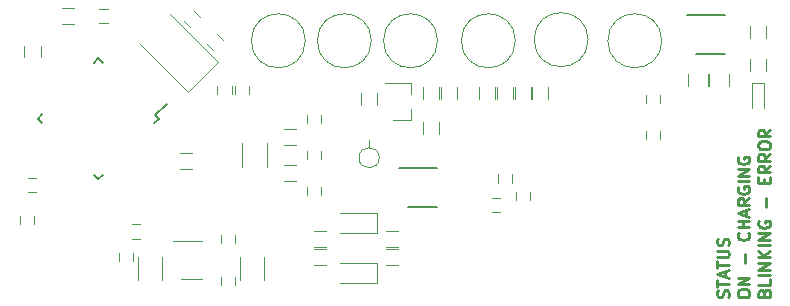
<source format=gto>
G04 #@! TF.FileFunction,Legend,Top*
%FSLAX46Y46*%
G04 Gerber Fmt 4.6, Leading zero omitted, Abs format (unit mm)*
G04 Created by KiCad (PCBNEW 4.0.6-e0-6349~53~ubuntu16.04.1) date Sun Jul  9 20:30:41 2017*
%MOMM*%
%LPD*%
G01*
G04 APERTURE LIST*
%ADD10C,0.100000*%
%ADD11C,0.250000*%
%ADD12C,0.120000*%
%ADD13C,0.150000*%
G04 APERTURE END LIST*
D10*
D11*
X168654762Y-107059524D02*
X168702381Y-106916667D01*
X168702381Y-106678571D01*
X168654762Y-106583333D01*
X168607143Y-106535714D01*
X168511905Y-106488095D01*
X168416667Y-106488095D01*
X168321429Y-106535714D01*
X168273810Y-106583333D01*
X168226190Y-106678571D01*
X168178571Y-106869048D01*
X168130952Y-106964286D01*
X168083333Y-107011905D01*
X167988095Y-107059524D01*
X167892857Y-107059524D01*
X167797619Y-107011905D01*
X167750000Y-106964286D01*
X167702381Y-106869048D01*
X167702381Y-106630952D01*
X167750000Y-106488095D01*
X167702381Y-106202381D02*
X167702381Y-105630952D01*
X168702381Y-105916667D02*
X167702381Y-105916667D01*
X168416667Y-105345238D02*
X168416667Y-104869047D01*
X168702381Y-105440476D02*
X167702381Y-105107143D01*
X168702381Y-104773809D01*
X167702381Y-104583333D02*
X167702381Y-104011904D01*
X168702381Y-104297619D02*
X167702381Y-104297619D01*
X167702381Y-103678571D02*
X168511905Y-103678571D01*
X168607143Y-103630952D01*
X168654762Y-103583333D01*
X168702381Y-103488095D01*
X168702381Y-103297618D01*
X168654762Y-103202380D01*
X168607143Y-103154761D01*
X168511905Y-103107142D01*
X167702381Y-103107142D01*
X168654762Y-102678571D02*
X168702381Y-102535714D01*
X168702381Y-102297618D01*
X168654762Y-102202380D01*
X168607143Y-102154761D01*
X168511905Y-102107142D01*
X168416667Y-102107142D01*
X168321429Y-102154761D01*
X168273810Y-102202380D01*
X168226190Y-102297618D01*
X168178571Y-102488095D01*
X168130952Y-102583333D01*
X168083333Y-102630952D01*
X167988095Y-102678571D01*
X167892857Y-102678571D01*
X167797619Y-102630952D01*
X167750000Y-102583333D01*
X167702381Y-102488095D01*
X167702381Y-102249999D01*
X167750000Y-102107142D01*
X169452381Y-106821429D02*
X169452381Y-106630952D01*
X169500000Y-106535714D01*
X169595238Y-106440476D01*
X169785714Y-106392857D01*
X170119048Y-106392857D01*
X170309524Y-106440476D01*
X170404762Y-106535714D01*
X170452381Y-106630952D01*
X170452381Y-106821429D01*
X170404762Y-106916667D01*
X170309524Y-107011905D01*
X170119048Y-107059524D01*
X169785714Y-107059524D01*
X169595238Y-107011905D01*
X169500000Y-106916667D01*
X169452381Y-106821429D01*
X170452381Y-105964286D02*
X169452381Y-105964286D01*
X170452381Y-105392857D01*
X169452381Y-105392857D01*
X170071429Y-104154762D02*
X170071429Y-103392857D01*
X170357143Y-101583333D02*
X170404762Y-101630952D01*
X170452381Y-101773809D01*
X170452381Y-101869047D01*
X170404762Y-102011905D01*
X170309524Y-102107143D01*
X170214286Y-102154762D01*
X170023810Y-102202381D01*
X169880952Y-102202381D01*
X169690476Y-102154762D01*
X169595238Y-102107143D01*
X169500000Y-102011905D01*
X169452381Y-101869047D01*
X169452381Y-101773809D01*
X169500000Y-101630952D01*
X169547619Y-101583333D01*
X170452381Y-101154762D02*
X169452381Y-101154762D01*
X169928571Y-101154762D02*
X169928571Y-100583333D01*
X170452381Y-100583333D02*
X169452381Y-100583333D01*
X170166667Y-100154762D02*
X170166667Y-99678571D01*
X170452381Y-100250000D02*
X169452381Y-99916667D01*
X170452381Y-99583333D01*
X170452381Y-98678571D02*
X169976190Y-99011905D01*
X170452381Y-99250000D02*
X169452381Y-99250000D01*
X169452381Y-98869047D01*
X169500000Y-98773809D01*
X169547619Y-98726190D01*
X169642857Y-98678571D01*
X169785714Y-98678571D01*
X169880952Y-98726190D01*
X169928571Y-98773809D01*
X169976190Y-98869047D01*
X169976190Y-99250000D01*
X169500000Y-97726190D02*
X169452381Y-97821428D01*
X169452381Y-97964285D01*
X169500000Y-98107143D01*
X169595238Y-98202381D01*
X169690476Y-98250000D01*
X169880952Y-98297619D01*
X170023810Y-98297619D01*
X170214286Y-98250000D01*
X170309524Y-98202381D01*
X170404762Y-98107143D01*
X170452381Y-97964285D01*
X170452381Y-97869047D01*
X170404762Y-97726190D01*
X170357143Y-97678571D01*
X170023810Y-97678571D01*
X170023810Y-97869047D01*
X170452381Y-97250000D02*
X169452381Y-97250000D01*
X170452381Y-96773810D02*
X169452381Y-96773810D01*
X170452381Y-96202381D01*
X169452381Y-96202381D01*
X169500000Y-95202381D02*
X169452381Y-95297619D01*
X169452381Y-95440476D01*
X169500000Y-95583334D01*
X169595238Y-95678572D01*
X169690476Y-95726191D01*
X169880952Y-95773810D01*
X170023810Y-95773810D01*
X170214286Y-95726191D01*
X170309524Y-95678572D01*
X170404762Y-95583334D01*
X170452381Y-95440476D01*
X170452381Y-95345238D01*
X170404762Y-95202381D01*
X170357143Y-95154762D01*
X170023810Y-95154762D01*
X170023810Y-95345238D01*
X171678571Y-106678571D02*
X171726190Y-106535714D01*
X171773810Y-106488095D01*
X171869048Y-106440476D01*
X172011905Y-106440476D01*
X172107143Y-106488095D01*
X172154762Y-106535714D01*
X172202381Y-106630952D01*
X172202381Y-107011905D01*
X171202381Y-107011905D01*
X171202381Y-106678571D01*
X171250000Y-106583333D01*
X171297619Y-106535714D01*
X171392857Y-106488095D01*
X171488095Y-106488095D01*
X171583333Y-106535714D01*
X171630952Y-106583333D01*
X171678571Y-106678571D01*
X171678571Y-107011905D01*
X172202381Y-105535714D02*
X172202381Y-106011905D01*
X171202381Y-106011905D01*
X172202381Y-105202381D02*
X171202381Y-105202381D01*
X172202381Y-104726191D02*
X171202381Y-104726191D01*
X172202381Y-104154762D01*
X171202381Y-104154762D01*
X172202381Y-103678572D02*
X171202381Y-103678572D01*
X172202381Y-103107143D02*
X171630952Y-103535715D01*
X171202381Y-103107143D02*
X171773810Y-103678572D01*
X172202381Y-102678572D02*
X171202381Y-102678572D01*
X172202381Y-102202382D02*
X171202381Y-102202382D01*
X172202381Y-101630953D01*
X171202381Y-101630953D01*
X171250000Y-100630953D02*
X171202381Y-100726191D01*
X171202381Y-100869048D01*
X171250000Y-101011906D01*
X171345238Y-101107144D01*
X171440476Y-101154763D01*
X171630952Y-101202382D01*
X171773810Y-101202382D01*
X171964286Y-101154763D01*
X172059524Y-101107144D01*
X172154762Y-101011906D01*
X172202381Y-100869048D01*
X172202381Y-100773810D01*
X172154762Y-100630953D01*
X172107143Y-100583334D01*
X171773810Y-100583334D01*
X171773810Y-100773810D01*
X171821429Y-99392858D02*
X171821429Y-98630953D01*
X171678571Y-97392858D02*
X171678571Y-97059524D01*
X172202381Y-96916667D02*
X172202381Y-97392858D01*
X171202381Y-97392858D01*
X171202381Y-96916667D01*
X172202381Y-95916667D02*
X171726190Y-96250001D01*
X172202381Y-96488096D02*
X171202381Y-96488096D01*
X171202381Y-96107143D01*
X171250000Y-96011905D01*
X171297619Y-95964286D01*
X171392857Y-95916667D01*
X171535714Y-95916667D01*
X171630952Y-95964286D01*
X171678571Y-96011905D01*
X171726190Y-96107143D01*
X171726190Y-96488096D01*
X172202381Y-94916667D02*
X171726190Y-95250001D01*
X172202381Y-95488096D02*
X171202381Y-95488096D01*
X171202381Y-95107143D01*
X171250000Y-95011905D01*
X171297619Y-94964286D01*
X171392857Y-94916667D01*
X171535714Y-94916667D01*
X171630952Y-94964286D01*
X171678571Y-95011905D01*
X171726190Y-95107143D01*
X171726190Y-95488096D01*
X171202381Y-94297620D02*
X171202381Y-94107143D01*
X171250000Y-94011905D01*
X171345238Y-93916667D01*
X171535714Y-93869048D01*
X171869048Y-93869048D01*
X172059524Y-93916667D01*
X172154762Y-94011905D01*
X172202381Y-94107143D01*
X172202381Y-94297620D01*
X172154762Y-94392858D01*
X172059524Y-94488096D01*
X171869048Y-94535715D01*
X171535714Y-94535715D01*
X171345238Y-94488096D01*
X171250000Y-94392858D01*
X171202381Y-94297620D01*
X172202381Y-92869048D02*
X171726190Y-93202382D01*
X172202381Y-93440477D02*
X171202381Y-93440477D01*
X171202381Y-93059524D01*
X171250000Y-92964286D01*
X171297619Y-92916667D01*
X171392857Y-92869048D01*
X171535714Y-92869048D01*
X171630952Y-92916667D01*
X171678571Y-92964286D01*
X171726190Y-93059524D01*
X171726190Y-93440477D01*
D12*
X138900000Y-101600000D02*
X138900000Y-99900000D01*
X138900000Y-99900000D02*
X135750000Y-99900000D01*
X138900000Y-101600000D02*
X135750000Y-101600000D01*
X141760000Y-92080000D02*
X141760000Y-91150000D01*
X141760000Y-88920000D02*
X141760000Y-89850000D01*
X141760000Y-88920000D02*
X139600000Y-88920000D01*
X141760000Y-92080000D02*
X140300000Y-92080000D01*
D13*
X165907000Y-86486000D02*
X168357000Y-86486000D01*
X165182000Y-83186000D02*
X168357000Y-83186000D01*
D12*
X122283000Y-105554000D02*
X124083000Y-105554000D01*
X124083000Y-102334000D02*
X121633000Y-102334000D01*
D13*
X120442524Y-91948000D02*
X120124326Y-91629802D01*
X115316000Y-97074524D02*
X114944769Y-96703293D01*
X110189476Y-91948000D02*
X110560707Y-92319231D01*
X115316000Y-86821476D02*
X115687231Y-87192707D01*
X120442524Y-91948000D02*
X120071293Y-92319231D01*
X115316000Y-86821476D02*
X114944769Y-87192707D01*
X110189476Y-91948000D02*
X110560707Y-91576769D01*
X115316000Y-97074524D02*
X115687231Y-96703293D01*
X120124326Y-91629802D02*
X121096598Y-90657530D01*
D12*
X156786000Y-85250000D02*
G75*
G03X156786000Y-85250000I-2286000J0D01*
G01*
X150622000Y-85344000D02*
G75*
G03X150622000Y-85344000I-2286000J0D01*
G01*
X144036000Y-85344000D02*
G75*
G03X144036000Y-85344000I-2286000J0D01*
G01*
X163026864Y-85344000D02*
G75*
G03X163026864Y-85344000I-2286000J0D01*
G01*
D13*
X141517500Y-99393000D02*
X143967500Y-99393000D01*
X140792500Y-96093000D02*
X143967500Y-96093000D01*
D12*
X167044000Y-88146000D02*
X167044000Y-89146000D01*
X168744000Y-89146000D02*
X168744000Y-88146000D01*
X165266000Y-88146000D02*
X165266000Y-89146000D01*
X166966000Y-89146000D02*
X166966000Y-88146000D01*
X128100000Y-89150000D02*
X128100000Y-89850000D01*
X126900000Y-89850000D02*
X126900000Y-89150000D01*
X125400000Y-89850000D02*
X125400000Y-89150000D01*
X126600000Y-89150000D02*
X126600000Y-89850000D01*
X162914000Y-89948000D02*
X162914000Y-90648000D01*
X161714000Y-90648000D02*
X161714000Y-89948000D01*
X162914000Y-92996000D02*
X162914000Y-93696000D01*
X161714000Y-93696000D02*
X161714000Y-92996000D01*
X133004000Y-95346000D02*
X133004000Y-94646000D01*
X134204000Y-94646000D02*
X134204000Y-95346000D01*
X133004000Y-92298000D02*
X133004000Y-91598000D01*
X134204000Y-91598000D02*
X134204000Y-92298000D01*
X134204000Y-97694000D02*
X134204000Y-98394000D01*
X133004000Y-98394000D02*
X133004000Y-97694000D01*
X148650000Y-98650000D02*
X149350000Y-98650000D01*
X149350000Y-99850000D02*
X148650000Y-99850000D01*
X151850000Y-98150000D02*
X151850000Y-98850000D01*
X150650000Y-98850000D02*
X150650000Y-98150000D01*
X149150000Y-97350000D02*
X149150000Y-96650000D01*
X150350000Y-96650000D02*
X150350000Y-97350000D01*
X120690000Y-105640000D02*
X120690000Y-103640000D01*
X118650000Y-103640000D02*
X118650000Y-105640000D01*
X125042893Y-86141421D02*
X124547919Y-85646447D01*
X125396447Y-84797919D02*
X125891421Y-85292893D01*
X118238000Y-103274000D02*
X118238000Y-103974000D01*
X117038000Y-103974000D02*
X117038000Y-103274000D01*
X123426777Y-82828249D02*
X123921751Y-83323223D01*
X123073223Y-84171751D02*
X122578249Y-83676777D01*
X118150000Y-100900000D02*
X118850000Y-100900000D01*
X118850000Y-102100000D02*
X118150000Y-102100000D01*
X126874000Y-105306000D02*
X126874000Y-106006000D01*
X125674000Y-106006000D02*
X125674000Y-105306000D01*
X129326000Y-105640000D02*
X129326000Y-103640000D01*
X127286000Y-103640000D02*
X127286000Y-105640000D01*
X125674000Y-102450000D02*
X125674000Y-101750000D01*
X126874000Y-101750000D02*
X126874000Y-102450000D01*
X115400000Y-82650000D02*
X116100000Y-82650000D01*
X116100000Y-83850000D02*
X115400000Y-83850000D01*
X110078000Y-98136000D02*
X109378000Y-98136000D01*
X109378000Y-96936000D02*
X110078000Y-96936000D01*
X109850000Y-100150000D02*
X109850000Y-100850000D01*
X108650000Y-100850000D02*
X108650000Y-100150000D01*
X171696000Y-88908000D02*
X170696000Y-88908000D01*
X170696000Y-88908000D02*
X170696000Y-91008000D01*
X171696000Y-88908000D02*
X171696000Y-91008000D01*
X171876000Y-86876000D02*
X171876000Y-87876000D01*
X170516000Y-87876000D02*
X170516000Y-86876000D01*
X170516000Y-85070000D02*
X170516000Y-84070000D01*
X171876000Y-84070000D02*
X171876000Y-85070000D01*
X144180000Y-92250000D02*
X144180000Y-93250000D01*
X142820000Y-93250000D02*
X142820000Y-92250000D01*
X138930000Y-89750000D02*
X138930000Y-90750000D01*
X137570000Y-90750000D02*
X137570000Y-89750000D01*
X134612000Y-102788000D02*
X133612000Y-102788000D01*
X133612000Y-101428000D02*
X134612000Y-101428000D01*
X134612000Y-104312000D02*
X133612000Y-104312000D01*
X133612000Y-102952000D02*
X134612000Y-102952000D01*
X142820000Y-90250000D02*
X142820000Y-89250000D01*
X144180000Y-89250000D02*
X144180000Y-90250000D01*
X140708000Y-102788000D02*
X139708000Y-102788000D01*
X139708000Y-101428000D02*
X140708000Y-101428000D01*
X140708000Y-104312000D02*
X139708000Y-104312000D01*
X139708000Y-102952000D02*
X140708000Y-102952000D01*
X149070000Y-90250000D02*
X149070000Y-89250000D01*
X150430000Y-89250000D02*
X150430000Y-90250000D01*
X131072000Y-92792000D02*
X132072000Y-92792000D01*
X132072000Y-94152000D02*
X131072000Y-94152000D01*
X127454000Y-95996000D02*
X127454000Y-93996000D01*
X129594000Y-93996000D02*
X129594000Y-95996000D01*
X150570000Y-90250000D02*
X150570000Y-89250000D01*
X151930000Y-89250000D02*
X151930000Y-90250000D01*
X144320000Y-90250000D02*
X144320000Y-89250000D01*
X145680000Y-89250000D02*
X145680000Y-90250000D01*
X131072000Y-95840000D02*
X132072000Y-95840000D01*
X132072000Y-97200000D02*
X131072000Y-97200000D01*
X153430000Y-89250000D02*
X153430000Y-90250000D01*
X152070000Y-90250000D02*
X152070000Y-89250000D01*
X148930000Y-89250000D02*
X148930000Y-90250000D01*
X147570000Y-90250000D02*
X147570000Y-89250000D01*
X122250000Y-94820000D02*
X123250000Y-94820000D01*
X123250000Y-96180000D02*
X122250000Y-96180000D01*
X109070000Y-86750000D02*
X109070000Y-85750000D01*
X110430000Y-85750000D02*
X110430000Y-86750000D01*
X113250000Y-83930000D02*
X112250000Y-83930000D01*
X112250000Y-82570000D02*
X113250000Y-82570000D01*
X139110000Y-95250000D02*
G75*
G03X139110000Y-95250000I-860000J0D01*
G01*
X138250000Y-94390000D02*
X138250000Y-93710000D01*
X118818019Y-85613604D02*
X122883883Y-89679468D01*
X122883883Y-89679468D02*
X125429468Y-87133883D01*
X125429468Y-87133883D02*
X121363604Y-83068019D01*
X138430000Y-85344000D02*
G75*
G03X138430000Y-85344000I-2286000J0D01*
G01*
X132842000Y-85344000D02*
G75*
G03X132842000Y-85344000I-2286000J0D01*
G01*
X138900000Y-105850000D02*
X138900000Y-104150000D01*
X138900000Y-104150000D02*
X135750000Y-104150000D01*
X138900000Y-105850000D02*
X135750000Y-105850000D01*
M02*

</source>
